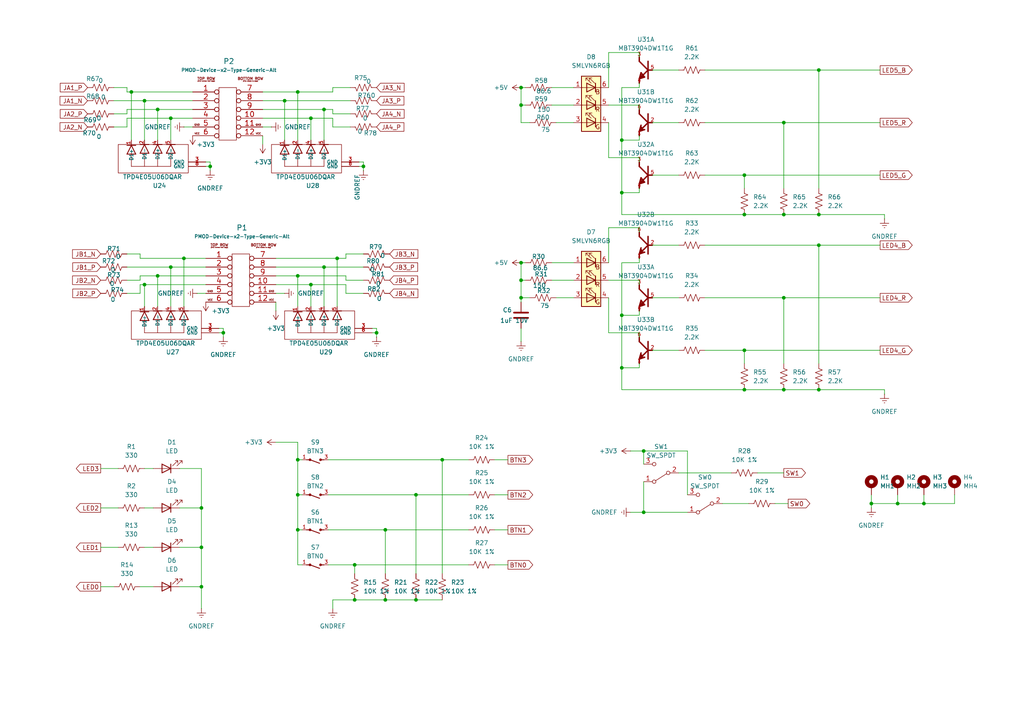
<source format=kicad_sch>
(kicad_sch (version 20231120) (generator "eeschema") (generator_version "8.0")
  (paper "A4")
  (junction (at 252.73 146.05))
  (junction (at 64.77 96.52))
  (junction (at 151.13 30.48))
  (junction (at 102.87 163.83))
  (junction (at 86.36 80.01))
  (junction (at 186.69 148.59))
  (junction (at 180.34 40.64))
  (junction (at 215.9 101.6))
  (junction (at 102.87 173.99))
  (junction (at 53.34 74.93))
  (junction (at 186.69 130.81))
  (junction (at 93.98 77.47))
  (junction (at 60.96 48.26))
  (junction (at 86.36 133.35))
  (junction (at 151.13 76.2))
  (junction (at 49.53 77.47))
  (junction (at 111.76 153.67))
  (junction (at 86.36 26.67))
  (junction (at 237.49 62.23))
  (junction (at 90.17 82.55))
  (junction (at 180.34 91.44))
  (junction (at 41.91 29.21))
  (junction (at 237.49 71.12))
  (junction (at 151.13 86.36))
  (junction (at 237.49 20.32))
  (junction (at 58.42 158.75))
  (junction (at 93.98 31.75))
  (junction (at 227.33 62.23))
  (junction (at 109.22 96.52))
  (junction (at 180.34 106.68))
  (junction (at 267.97 146.05))
  (junction (at 41.91 82.55))
  (junction (at 86.36 143.51))
  (junction (at 215.9 62.23))
  (junction (at 120.65 173.99))
  (junction (at 97.79 74.93))
  (junction (at 151.13 25.4))
  (junction (at 86.36 153.67))
  (junction (at 49.53 34.29))
  (junction (at 215.9 113.03))
  (junction (at 128.27 133.35))
  (junction (at 82.55 29.21))
  (junction (at 237.49 113.03))
  (junction (at 180.34 55.88))
  (junction (at 260.35 146.05))
  (junction (at 58.42 170.18))
  (junction (at 45.72 80.01))
  (junction (at 105.41 48.26))
  (junction (at 38.1 26.67))
  (junction (at 45.72 31.75))
  (junction (at 227.33 35.56))
  (junction (at 227.33 86.36))
  (junction (at 120.65 143.51))
  (junction (at 58.42 147.32))
  (junction (at 151.13 81.28))
  (junction (at 111.76 173.99))
  (junction (at 90.17 34.29))
  (junction (at 215.9 50.8))
  (junction (at 227.33 113.03))
  (wire (pts (xy 58.42 170.18) (xy 58.42 176.53)))
  (wire (pts (xy 93.98 31.75) (xy 93.98 40.64)))
  (wire (pts (xy 102.87 163.83) (xy 135.89 163.83)))
  (wire (pts (xy 120.65 166.37) (xy 120.65 143.51)))
  (wire (pts (xy 189.23 20.32) (xy 196.85 20.32)))
  (wire (pts (xy 120.65 143.51) (xy 135.89 143.51)))
  (wire (pts (xy 29.21 135.89) (xy 34.29 135.89)))
  (wire (pts (xy 267.97 146.05) (xy 260.35 146.05)))
  (wire (pts (xy 86.36 143.51) (xy 87.63 143.51)))
  (wire (pts (xy 215.9 113.03) (xy 180.34 113.03)))
  (wire (pts (xy 151.13 25.4) (xy 151.13 30.48)))
  (wire (pts (xy 215.9 101.6) (xy 255.27 101.6)))
  (wire (pts (xy 105.41 81.28) (xy 100.33 81.28)))
  (wire (pts (xy 86.36 40.64) (xy 86.36 26.67)))
  (wire (pts (xy 209.55 146.05) (xy 217.17 146.05)))
  (wire (pts (xy 227.33 62.23) (xy 237.49 62.23)))
  (wire (pts (xy 90.17 34.29) (xy 96.52 34.29)))
  (wire (pts (xy 40.64 80.01) (xy 45.72 80.01)))
  (wire (pts (xy 58.42 158.75) (xy 58.42 170.18)))
  (wire (pts (xy 256.54 63.5) (xy 256.54 62.23)))
  (wire (pts (xy 40.64 81.28) (xy 40.64 80.01)))
  (wire (pts (xy 60.96 46.99) (xy 60.96 48.26)))
  (wire (pts (xy 185.42 25.4) (xy 180.34 25.4)))
  (wire (pts (xy 86.36 143.51) (xy 86.36 153.67)))
  (wire (pts (xy 33.02 33.02) (xy 36.83 33.02)))
  (wire (pts (xy 38.1 26.67) (xy 55.88 26.67)))
  (wire (pts (xy 49.53 34.29) (xy 55.88 34.29)))
  (wire (pts (xy 215.9 54.61) (xy 215.9 50.8)))
  (wire (pts (xy 80.01 74.93) (xy 97.79 74.93)))
  (wire (pts (xy 185.42 30.48) (xy 185.42 31.75)))
  (wire (pts (xy 109.22 96.52) (xy 109.22 97.79)))
  (wire (pts (xy 95.25 163.83) (xy 102.87 163.83)))
  (wire (pts (xy 97.79 74.93) (xy 100.33 74.93)))
  (wire (pts (xy 227.33 113.03) (xy 237.49 113.03)))
  (wire (pts (xy 52.07 147.32) (xy 58.42 147.32)))
  (wire (pts (xy 36.83 81.28) (xy 40.64 81.28)))
  (wire (pts (xy 33.02 29.21) (xy 41.91 29.21)))
  (wire (pts (xy 41.91 82.55) (xy 41.91 88.9)))
  (wire (pts (xy 151.13 76.2) (xy 151.13 81.28)))
  (wire (pts (xy 185.42 105.41) (xy 185.42 106.68)))
  (wire (pts (xy 152.4 25.4) (xy 151.13 25.4)))
  (wire (pts (xy 199.39 143.51) (xy 199.39 130.81)))
  (wire (pts (xy 86.36 26.67) (xy 96.52 26.67)))
  (wire (pts (xy 80.01 82.55) (xy 90.17 82.55)))
  (wire (pts (xy 36.83 77.47) (xy 49.53 77.47)))
  (wire (pts (xy 76.2 39.37) (xy 76.2 41.91)))
  (wire (pts (xy 186.69 130.81) (xy 186.69 134.62)))
  (wire (pts (xy 161.29 86.36) (xy 166.37 86.36)))
  (wire (pts (xy 40.64 85.09) (xy 40.64 82.55)))
  (wire (pts (xy 63.5 96.52) (xy 64.77 96.52)))
  (wire (pts (xy 143.51 133.35) (xy 147.32 133.35)))
  (wire (pts (xy 36.83 33.02) (xy 36.83 31.75)))
  (wire (pts (xy 185.42 39.37) (xy 185.42 40.64)))
  (wire (pts (xy 36.83 31.75) (xy 45.72 31.75)))
  (wire (pts (xy 260.35 143.51) (xy 260.35 146.05)))
  (wire (pts (xy 176.53 86.36) (xy 176.53 96.52)))
  (wire (pts (xy 227.33 35.56) (xy 255.27 35.56)))
  (wire (pts (xy 86.36 133.35) (xy 87.63 133.35)))
  (wire (pts (xy 176.53 81.28) (xy 185.42 81.28)))
  (wire (pts (xy 143.51 153.67) (xy 147.32 153.67)))
  (wire (pts (xy 176.53 66.04) (xy 185.42 66.04)))
  (wire (pts (xy 101.6 33.02) (xy 96.52 33.02)))
  (wire (pts (xy 143.51 143.51) (xy 147.32 143.51)))
  (wire (pts (xy 76.2 31.75) (xy 93.98 31.75)))
  (wire (pts (xy 33.02 25.4) (xy 36.83 25.4)))
  (wire (pts (xy 95.25 153.67) (xy 111.76 153.67)))
  (wire (pts (xy 176.53 25.4) (xy 176.53 15.24)))
  (wire (pts (xy 189.23 101.6) (xy 196.85 101.6)))
  (wire (pts (xy 38.1 26.67) (xy 38.1 40.64)))
  (wire (pts (xy 93.98 31.75) (xy 96.52 31.75)))
  (wire (pts (xy 161.29 35.56) (xy 166.37 35.56)))
  (wire (pts (xy 185.42 81.28) (xy 185.42 82.55)))
  (wire (pts (xy 185.42 74.93) (xy 185.42 76.2)))
  (wire (pts (xy 101.6 36.83) (xy 96.52 36.83)))
  (wire (pts (xy 45.72 31.75) (xy 55.88 31.75)))
  (wire (pts (xy 180.34 76.2) (xy 180.34 91.44)))
  (wire (pts (xy 227.33 54.61) (xy 227.33 35.56)))
  (wire (pts (xy 176.53 35.56) (xy 176.53 45.72)))
  (wire (pts (xy 215.9 113.03) (xy 227.33 113.03)))
  (wire (pts (xy 90.17 34.29) (xy 90.17 40.64)))
  (wire (pts (xy 215.9 105.41) (xy 215.9 101.6)))
  (wire (pts (xy 107.95 96.52) (xy 109.22 96.52)))
  (wire (pts (xy 185.42 90.17) (xy 185.42 91.44)))
  (wire (pts (xy 96.52 176.53) (xy 96.52 173.99)))
  (wire (pts (xy 237.49 105.41) (xy 237.49 71.12)))
  (wire (pts (xy 52.07 158.75) (xy 58.42 158.75)))
  (wire (pts (xy 76.2 34.29) (xy 90.17 34.29)))
  (wire (pts (xy 29.21 170.18) (xy 33.02 170.18)))
  (wire (pts (xy 100.33 81.28) (xy 100.33 80.01)))
  (wire (pts (xy 59.69 48.26) (xy 60.96 48.26)))
  (wire (pts (xy 186.69 139.7) (xy 186.69 148.59)))
  (wire (pts (xy 76.2 26.67) (xy 86.36 26.67)))
  (wire (pts (xy 100.33 73.66) (xy 100.33 74.93)))
  (wire (pts (xy 80.01 85.09) (xy 82.55 85.09)))
  (wire (pts (xy 189.23 86.36) (xy 196.85 86.36)))
  (wire (pts (xy 95.25 143.51) (xy 120.65 143.51)))
  (wire (pts (xy 111.76 173.99) (xy 120.65 173.99)))
  (wire (pts (xy 256.54 62.23) (xy 237.49 62.23)))
  (wire (pts (xy 151.13 35.56) (xy 151.13 30.48)))
  (wire (pts (xy 102.87 173.99) (xy 111.76 173.99)))
  (wire (pts (xy 86.36 153.67) (xy 86.36 163.83)))
  (wire (pts (xy 176.53 30.48) (xy 185.42 30.48)))
  (wire (pts (xy 260.35 146.05) (xy 252.73 146.05)))
  (wire (pts (xy 256.54 114.3) (xy 256.54 113.03)))
  (wire (pts (xy 82.55 29.21) (xy 82.55 40.64)))
  (wire (pts (xy 36.83 73.66) (xy 40.64 73.66)))
  (wire (pts (xy 80.01 87.63) (xy 80.01 90.17)))
  (wire (pts (xy 215.9 62.23) (xy 180.34 62.23)))
  (wire (pts (xy 204.47 20.32) (xy 237.49 20.32)))
  (wire (pts (xy 196.85 137.16) (xy 212.09 137.16)))
  (wire (pts (xy 49.53 34.29) (xy 49.53 40.64)))
  (wire (pts (xy 86.36 128.27) (xy 86.36 133.35)))
  (wire (pts (xy 128.27 133.35) (xy 128.27 166.37)))
  (wire (pts (xy 40.64 73.66) (xy 40.64 74.93)))
  (wire (pts (xy 86.36 153.67) (xy 87.63 153.67)))
  (wire (pts (xy 100.33 85.09) (xy 100.33 82.55)))
  (wire (pts (xy 49.53 77.47) (xy 49.53 88.9)))
  (wire (pts (xy 111.76 153.67) (xy 111.76 166.37)))
  (wire (pts (xy 219.71 137.16) (xy 227.33 137.16)))
  (wire (pts (xy 93.98 77.47) (xy 105.41 77.47)))
  (wire (pts (xy 58.42 135.89) (xy 58.42 147.32)))
  (wire (pts (xy 86.36 80.01) (xy 100.33 80.01)))
  (wire (pts (xy 45.72 80.01) (xy 45.72 88.9)))
  (wire (pts (xy 215.9 62.23) (xy 227.33 62.23)))
  (wire (pts (xy 151.13 86.36) (xy 153.67 86.36)))
  (wire (pts (xy 104.14 46.99) (xy 105.41 46.99)))
  (wire (pts (xy 215.9 50.8) (xy 255.27 50.8)))
  (wire (pts (xy 41.91 135.89) (xy 44.45 135.89)))
  (wire (pts (xy 180.34 62.23) (xy 180.34 55.88)))
  (wire (pts (xy 224.79 146.05) (xy 228.6 146.05)))
  (wire (pts (xy 160.02 81.28) (xy 166.37 81.28)))
  (wire (pts (xy 82.55 29.21) (xy 101.6 29.21)))
  (wire (pts (xy 186.69 148.59) (xy 182.88 148.59)))
  (wire (pts (xy 185.42 54.61) (xy 185.42 55.88)))
  (wire (pts (xy 104.14 48.26) (xy 105.41 48.26)))
  (wire (pts (xy 36.83 25.4) (xy 36.83 26.67)))
  (wire (pts (xy 204.47 71.12) (xy 237.49 71.12)))
  (wire (pts (xy 189.23 50.8) (xy 196.85 50.8)))
  (wire (pts (xy 176.53 96.52) (xy 185.42 96.52)))
  (wire (pts (xy 45.72 31.75) (xy 45.72 40.64)))
  (wire (pts (xy 86.36 163.83) (xy 87.63 163.83)))
  (wire (pts (xy 237.49 20.32) (xy 255.27 20.32)))
  (wire (pts (xy 151.13 95.25) (xy 151.13 99.06)))
  (wire (pts (xy 256.54 113.03) (xy 237.49 113.03)))
  (wire (pts (xy 180.34 106.68) (xy 180.34 91.44)))
  (wire (pts (xy 189.23 35.56) (xy 196.85 35.56)))
  (wire (pts (xy 143.51 163.83) (xy 147.32 163.83)))
  (wire (pts (xy 52.07 170.18) (xy 58.42 170.18)))
  (wire (pts (xy 227.33 35.56) (xy 204.47 35.56)))
  (wire (pts (xy 76.2 29.21) (xy 82.55 29.21)))
  (wire (pts (xy 105.41 73.66) (xy 100.33 73.66)))
  (wire (pts (xy 215.9 50.8) (xy 204.47 50.8)))
  (wire (pts (xy 80.01 80.01) (xy 86.36 80.01)))
  (wire (pts (xy 101.6 25.4) (xy 96.52 25.4)))
  (wire (pts (xy 36.83 26.67) (xy 38.1 26.67)))
  (wire (pts (xy 111.76 153.67) (xy 135.89 153.67)))
  (wire (pts (xy 160.02 25.4) (xy 166.37 25.4)))
  (wire (pts (xy 151.13 87.63) (xy 151.13 86.36)))
  (wire (pts (xy 180.34 40.64) (xy 185.42 40.64)))
  (wire (pts (xy 86.36 133.35) (xy 86.36 143.51)))
  (wire (pts (xy 105.41 48.26) (xy 105.41 49.53)))
  (wire (pts (xy 176.53 45.72) (xy 185.42 45.72)))
  (wire (pts (xy 186.69 148.59) (xy 199.39 148.59)))
  (wire (pts (xy 100.33 82.55) (xy 90.17 82.55)))
  (wire (pts (xy 152.4 30.48) (xy 151.13 30.48)))
  (wire (pts (xy 185.42 45.72) (xy 185.42 46.99)))
  (wire (pts (xy 180.34 25.4) (xy 180.34 40.64)))
  (wire (pts (xy 36.83 36.83) (xy 36.83 34.29)))
  (wire (pts (xy 227.33 86.36) (xy 227.33 105.41)))
  (wire (pts (xy 153.67 35.56) (xy 151.13 35.56)))
  (wire (pts (xy 40.64 74.93) (xy 53.34 74.93)))
  (wire (pts (xy 128.27 133.35) (xy 135.89 133.35)))
  (wire (pts (xy 182.88 130.81) (xy 186.69 130.81)))
  (wire (pts (xy 80.01 77.47) (xy 93.98 77.47)))
  (wire (pts (xy 120.65 173.99) (xy 128.27 173.99)))
  (wire (pts (xy 152.4 76.2) (xy 151.13 76.2)))
  (wire (pts (xy 40.64 170.18) (xy 44.45 170.18)))
  (wire (pts (xy 185.42 76.2) (xy 180.34 76.2)))
  (wire (pts (xy 109.22 95.25) (xy 109.22 96.52)))
  (wire (pts (xy 64.77 96.52) (xy 64.77 97.79)))
  (wire (pts (xy 152.4 81.28) (xy 151.13 81.28)))
  (wire (pts (xy 95.25 133.35) (xy 128.27 133.35)))
  (wire (pts (xy 53.34 74.93) (xy 53.34 88.9)))
  (wire (pts (xy 180.34 113.03) (xy 180.34 106.68)))
  (wire (pts (xy 80.01 128.27) (xy 86.36 128.27)))
  (wire (pts (xy 102.87 163.83) (xy 102.87 166.37)))
  (wire (pts (xy 189.23 71.12) (xy 196.85 71.12)))
  (wire (pts (xy 96.52 173.99) (xy 102.87 173.99)))
  (wire (pts (xy 185.42 15.24) (xy 185.42 16.51)))
  (wire (pts (xy 105.41 46.99) (xy 105.41 48.26)))
  (wire (pts (xy 176.53 15.24) (xy 185.42 15.24)))
  (wire (pts (xy 29.21 158.75) (xy 34.29 158.75)))
  (wire (pts (xy 160.02 30.48) (xy 166.37 30.48)))
  (wire (pts (xy 176.53 76.2) (xy 176.53 66.04)))
  (wire (pts (xy 107.95 95.25) (xy 109.22 95.25)))
  (wire (pts (xy 97.79 74.93) (xy 97.79 88.9)))
  (wire (pts (xy 36.83 34.29) (xy 49.53 34.29)))
  (wire (pts (xy 90.17 82.55) (xy 90.17 88.9)))
  (wire (pts (xy 64.77 95.25) (xy 64.77 96.52)))
  (wire (pts (xy 33.02 36.83) (xy 36.83 36.83)))
  (wire (pts (xy 160.02 76.2) (xy 166.37 76.2)))
  (wire (pts (xy 41.91 29.21) (xy 41.91 40.64)))
  (wire (pts (xy 151.13 81.28) (xy 151.13 86.36)))
  (wire (pts (xy 59.69 46.99) (xy 60.96 46.99)))
  (wire (pts (xy 41.91 29.21) (xy 55.88 29.21)))
  (wire (pts (xy 57.15 85.09) (xy 59.69 85.09)))
  (wire (pts (xy 237.49 54.61) (xy 237.49 20.32)))
  (wire (pts (xy 96.52 33.02) (xy 96.52 31.75)))
  (wire (pts (xy 185.42 24.13) (xy 185.42 25.4)))
  (wire (pts (xy 60.96 48.26) (xy 60.96 49.53)))
  (wire (pts (xy 36.83 85.09) (xy 40.64 85.09)))
  (wire (pts (xy 276.86 146.05) (xy 267.97 146.05)))
  (wire (pts (xy 96.52 25.4) (xy 96.52 26.67)))
  (wire (pts (xy 45.72 80.01) (xy 59.69 80.01)))
  (wire (pts (xy 93.98 77.47) (xy 93.98 88.9)))
  (wire (pts (xy 255.27 86.36) (xy 227.33 86.36)))
  (wire (pts (xy 76.2 36.83) (xy 78.74 36.83)))
  (wire (pts (xy 237.49 71.12) (xy 255.27 71.12)))
  (wire (pts (xy 53.34 36.83) (xy 55.88 36.83)))
  (wire (pts (xy 53.34 74.93) (xy 59.69 74.93)))
  (wire (pts (xy 185.42 55.88) (xy 180.34 55.88)))
  (wire (pts (xy 180.34 55.88) (xy 180.34 40.64)))
  (wire (pts (xy 252.73 143.51) (xy 252.73 146.05)))
  (wire (pts (xy 199.39 130.81) (xy 186.69 130.81)))
  (wire (pts (xy 52.07 135.89) (xy 58.42 135.89)))
  (wire (pts (xy 96.52 36.83) (xy 96.52 34.29)))
  (wire (pts (xy 180.34 91.44) (xy 185.42 91.44)))
  (wire (pts (xy 252.73 146.05) (xy 252.73 147.32)))
  (wire (pts (xy 185.42 96.52) (xy 185.42 97.79)))
  (wire (pts (xy 215.9 101.6) (xy 204.47 101.6)))
  (wire (pts (xy 41.91 82.55) (xy 59.69 82.55)))
  (wire (pts (xy 41.91 147.32) (xy 44.45 147.32)))
  (wire (pts (xy 63.5 95.25) (xy 64.77 95.25)))
  (wire (pts (xy 185.42 66.04) (xy 185.42 67.31)))
  (wire (pts (xy 40.64 82.55) (xy 41.91 82.55)))
  (wire (pts (xy 276.86 143.51) (xy 276.86 146.05)))
  (wire (pts (xy 185.42 106.68) (xy 180.34 106.68)))
  (wire (pts (xy 58.42 147.32) (xy 58.42 158.75)))
  (wire (pts (xy 41.91 158.75) (xy 44.45 158.75)))
  (wire (pts (xy 49.53 77.47) (xy 59.69 77.47)))
  (wire (pts (xy 105.41 85.09) (xy 100.33 85.09)))
  (wire (pts (xy 29.21 147.32) (xy 34.29 147.32)))
  (wire (pts (xy 86.36 80.01) (xy 86.36 88.9)))
  (wire (pts (xy 267.97 143.51) (xy 267.97 146.05)))
  (wire (pts (xy 227.33 86.36) (xy 204.47 86.36)))
  (global_label "LED2" (shape output) (at 29.21 147.32 180) (property "Intersheetrefs" "${INTERSHEET_REFS}" (effects (hide yes))))
  (global_label "LED0" (shape output) (at 29.21 170.18 180) (property "Intersheetrefs" "${INTERSHEET_REFS}" (effects (hide yes))))
  (global_label "JA1_N" (shape input) (at 25.4 29.21 180) (property "Intersheetrefs" "${INTERSHEET_REFS}" (effects (hide yes))))
  (global_label "JA3_P" (shape input) (at 109.22 29.21 0) (property "Intersheetrefs" "${INTERSHEET_REFS}" (effects (hide yes))))
  (global_label "LED5_R" (shape output) (at 255.27 35.56 0) (property "Intersheetrefs" "${INTERSHEET_REFS}" (effects (hide yes))))
  (global_label "BTN2" (shape output) (at 147.32 143.51 0) (property "Intersheetrefs" "${INTERSHEET_REFS}" (effects (hide yes))))
  (global_label "JA2_P" (shape input) (at 25.4 33.02 180) (property "Intersheetrefs" "${INTERSHEET_REFS}" (effects (hide yes))))
  (global_label "JB2_N" (shape input) (at 29.21 81.28 180) (property "Intersheetrefs" "${INTERSHEET_REFS}" (effects (hide yes))))
  (global_label "LED1" (shape output) (at 29.21 158.75 180) (property "Intersheetrefs" "${INTERSHEET_REFS}" (effects (hide yes))))
  (global_label "JA1_P" (shape input) (at 25.4 25.4 180) (property "Intersheetrefs" "${INTERSHEET_REFS}" (effects (hide yes))))
  (global_label "JB1_N" (shape input) (at 29.21 73.66 180) (property "Intersheetrefs" "${INTERSHEET_REFS}" (effects (hide yes))))
  (global_label "LED4_B" (shape output) (at 255.27 71.12 0) (property "Intersheetrefs" "${INTERSHEET_REFS}" (effects (hide yes))))
  (global_label "LED4_G" (shape output) (at 255.27 101.6 0) (property "Intersheetrefs" "${INTERSHEET_REFS}" (effects (hide yes))))
  (global_label "LED5_B" (shape output) (at 255.27 20.32 0) (property "Intersheetrefs" "${INTERSHEET_REFS}" (effects (hide yes))))
  (global_label "JB4_P" (shape input) (at 113.03 81.28 0) (property "Intersheetrefs" "${INTERSHEET_REFS}" (effects (hide yes))))
  (global_label "LED5_G" (shape output) (at 255.27 50.8 0) (property "Intersheetrefs" "${INTERSHEET_REFS}" (effects (hide yes))))
  (global_label "JA4_N" (shape input) (at 109.22 33.02 0) (property "Intersheetrefs" "${INTERSHEET_REFS}" (effects (hide yes))))
  (global_label "BTN1" (shape output) (at 147.32 153.67 0) (property "Intersheetrefs" "${INTERSHEET_REFS}" (effects (hide yes))))
  (global_label "JB4_N" (shape input) (at 113.03 85.09 0) (property "Intersheetrefs" "${INTERSHEET_REFS}" (effects (hide yes))))
  (global_label "SW0" (shape output) (at 228.6 146.05 0) (property "Intersheetrefs" "${INTERSHEET_REFS}" (effects (hide yes))))
  (global_label "JA3_N" (shape input) (at 109.22 25.4 0) (property "Intersheetrefs" "${INTERSHEET_REFS}" (effects (hide yes))))
  (global_label "JB3_N" (shape input) (at 113.03 73.66 0) (property "Intersheetrefs" "${INTERSHEET_REFS}" (effects (hide yes))))
  (global_label "JB1_P" (shape input) (at 29.21 77.47 180) (property "Intersheetrefs" "${INTERSHEET_REFS}" (effects (hide yes))))
  (global_label "BTN3" (shape output) (at 147.32 133.35 0) (property "Intersheetrefs" "${INTERSHEET_REFS}" (effects (hide yes))))
  (global_label "JB3_P" (shape input) (at 113.03 77.47 0) (property "Intersheetrefs" "${INTERSHEET_REFS}" (effects (hide yes))))
  (global_label "LED4_R" (shape output) (at 255.27 86.36 0) (property "Intersheetrefs" "${INTERSHEET_REFS}" (effects (hide yes))))
  (global_label "JA4_P" (shape input) (at 109.22 36.83 0) (property "Intersheetrefs" "${INTERSHEET_REFS}" (effects (hide yes))))
  (global_label "JB2_P" (shape input) (at 29.21 85.09 180) (property "Intersheetrefs" "${INTERSHEET_REFS}" (effects (hide yes))))
  (global_label "JA2_N" (shape input) (at 25.4 36.83 180) (property "Intersheetrefs" "${INTERSHEET_REFS}" (effects (hide yes))))
  (global_label "LED3" (shape output) (at 29.21 135.89 180) (property "Intersheetrefs" "${INTERSHEET_REFS}" (effects (hide yes))))
  (global_label "SW1" (shape output) (at 227.33 137.16 0) (property "Intersheetrefs" "${INTERSHEET_REFS}" (effects (hide yes))))
  (global_label "BTN0" (shape output) (at 147.32 163.83 0) (property "Intersheetrefs" "${INTERSHEET_REFS}" (effects (hide yes))))
  (symbol (lib_id "Device:R_US") (at 139.7 163.83 90) (unit 1)
    (property "Reference" "R27" (at 139.7 157.48 90))
    (property "Value" "10K 1%" (at 139.7 160.02 90))
    (property "Footprint" "footprints:R_0402" (effects (hide yes)))
    (property "Description" "Resistor, US symbol" (effects (hide yes)))
    (property "LCSC PN" "C60490" (effects (hide yes)))
  )
  (symbol (lib_id "Device:R_US") (at 105.41 33.02 270) (mirror x) (unit 1)
    (property "Reference" "R77" (at 105.156 31.496 90))
    (property "Value" "0" (at 105.918 34.29 90))
    (property "Footprint" "footprints:R_0402" (effects (hide yes)))
    (property "Description" "Resistor, US symbol" (effects (hide yes)))
    (property "LCSC PN" "C106231" (effects (hide yes)))
  )
  (symbol (lib_id "power:+3V3") (at 182.88 130.81 90) (unit 1)
    (property "Reference" "#PWR04" (effects (hide yes)))
    (property "Value" "+3V3" (at 179.07 130.8099 90) (effects (justify left)))
    (property "Description" "Power symbol creates a global label with name \"+3V3\"" (effects (hide yes)))
  )
  (symbol (lib_name "TPD4E05U06DQAR_2") (lib_id "TPD4E05U06DQAR:TPD4E05U06DQAR") (at 97.79 88.9 0) (unit 1)
    (property "Reference" "U29" (at 96.52 102.108 0) (effects (justify right)))
    (property "Value" "TPD4E05U06DQAR" (at 101.092 99.568 0) (effects (justify right)))
    (property "Footprint" "footprints:IC_TPD4E05U06DQAR" (effects (hide yes)))
    (property "PARTREV" "N" (effects (hide yes)))
    (property "SNAPEDA_PN" "TPD4E05U06DQAR" (effects (hide yes)))
    (property "MANUFACTURER" "Texas Instruments" (effects (hide yes)))
    (property "MAXIMUM_PACKAGE_HEIGHT" "0.55 mm" (effects (hide yes)))
    (property "STANDARD" "Manufacturer Recommendations" (effects (hide yes)))
    (property "LCSC PN" "C138714" (effects (hide yes)))
  )
  (symbol (lib_name "TPD4E05U06DQAR_2") (lib_id "TPD4E05U06DQAR:TPD4E05U06DQAR") (at 49.53 40.64 0) (unit 1)
    (property "Reference" "U24" (at 48.26 53.848 0) (effects (justify right)))
    (property "Value" "TPD4E05U06DQAR" (at 52.832 51.308 0) (effects (justify right)))
    (property "Footprint" "footprints:IC_TPD4E05U06DQAR" (effects (hide yes)))
    (property "PARTREV" "N" (effects (hide yes)))
    (property "SNAPEDA_PN" "TPD4E05U06DQAR" (effects (hide yes)))
    (property "MANUFACTURER" "Texas Instruments" (effects (hide yes)))
    (property "MAXIMUM_PACKAGE_HEIGHT" "0.55 mm" (effects (hide yes)))
    (property "STANDARD" "Manufacturer Recommendations" (effects (hide yes)))
    (property "LCSC PN" "C138714" (effects (hide yes)))
  )
  (symbol (lib_id "power:GNDREF") (at 64.77 97.79 0) (unit 1)
    (property "Reference" "#PWR015" (effects (hide yes)))
    (property "Value" "GNDREF" (at 64.77 102.87 0))
    (property "Description" "Power symbol creates a global label with name \"GNDREF\" , reference supply ground" (effects (hide yes)))
  )
  (symbol (lib_id "power:+3V3") (at 76.2 41.91 180) (unit 1)
    (property "Reference" "#PWR013" (effects (hide yes)))
    (property "Value" "+3V3" (at 76.2 46.99 0))
    (property "Description" "Power symbol creates a global label with name \"+3V3\"" (effects (hide yes)))
  )
  (symbol (lib_id "pmod:PMOD-Device-x2-Type-Generic-Alt") (at 68.58 40.64 0) (mirror y) (unit 1)
    (property "Reference" "P2" (at 66.3717 17.78 0) (effects (font (size 1.524 1.524))))
    (property "Value" "PMOD-Device-x2-Type-Generic-Alt" (at 66.3717 20.32 0) (effects (font (size 0.9906 0.9906))))
    (property "Footprint" "footprints:CONN_PPPC062LJBN-RC_SUL" (effects (hide yes)))
  )
  (symbol (lib_id "Device:R_US") (at 215.9 58.42 180) (unit 1)
    (property "Reference" "R64" (at 218.44 57.1499 0) (effects (justify right)))
    (property "Value" "2.2K" (at 218.44 59.6899 0) (effects (justify right)))
    (property "Footprint" "footprints:R_0402" (effects (hide yes)))
    (property "Description" "Resistor, US symbol" (effects (hide yes)))
    (property "LCSC PN" "c114762" (effects (hide yes)))
  )
  (symbol (lib_id "Device:R_US") (at 156.21 25.4 90) (unit 1)
    (property "Reference" "R58" (at 156.972 23.368 90))
    (property "Value" "86.6" (at 157.734 26.416 90))
    (property "Footprint" "footprints:R_0402" (effects (hide yes)))
    (property "Description" "Resistor, US symbol" (effects (hide yes)))
    (property "LCSC PN" "C830266" (effects (hide yes)))
  )
  (symbol (lib_id "Device:R_US") (at 215.9 109.22 180) (unit 1)
    (property "Reference" "R55" (at 218.44 107.9499 0) (effects (justify right)))
    (property "Value" "2.2K" (at 218.44 110.4899 0) (effects (justify right)))
    (property "Footprint" "footprints:R_0402" (effects (hide yes)))
    (property "Description" "Resistor, US symbol" (effects (hide yes)))
    (property "LCSC PN" "c114762" (effects (hide yes)))
  )
  (symbol (lib_id "Device:LED") (at 48.26 147.32 180) (unit 1)
    (property "Reference" "D4" (at 49.8475 139.7 0))
    (property "Value" "LED" (at 49.8475 142.24 0))
    (property "Footprint" "footprints:LED_0402_1005Metric" (effects (hide yes)))
    (property "Description" "Light emitting diode" (effects (hide yes)))
    (property "LCSC PN" "C434449" (effects (hide yes)))
  )
  (symbol (lib_id "PTS645SK50SMTR92LFS_:PTS645SK50SMTR92LFS") (at 91.44 163.83 90) (unit 1)
    (property "Reference" "S7" (at 91.44 158.75 90))
    (property "Value" "BTN0" (at 91.44 161.29 90))
    (property "Footprint" "footprints:TS-1002S-050xxC_XNP" (effects (hide yes)))
    (property "STANDARD" "Manufacturer Recommendations" (effects (hide yes)))
    (property "MANUFACTURER" "CnK" (effects (hide yes)))
    (property "LCSC PN" "C455110" (effects (hide yes)))
  )
  (symbol (lib_id "Switch2:SW_SPDT") (at 191.77 137.16 180) (unit 1)
    (property "Reference" "SW1" (at 191.77 129.54 0))
    (property "Value" "SW_SPDT" (at 191.77 132.08 0))
    (property "Footprint" "footprints:SW_EG1218" (effects (hide yes)))
    (property "Description" "Switch, single pole double throw" (effects (hide yes)))
  )
  (symbol (lib_id "Device:R_US") (at 38.1 158.75 90) (unit 1)
    (property "Reference" "R13" (at 38.1 152.4 90))
    (property "Value" "330" (at 38.1 154.94 90))
    (property "Footprint" "footprints:R_0402" (effects (hide yes)))
    (property "Description" "Resistor, US symbol" (effects (hide yes)))
    (property "LCSC PN" "C105875" (effects (hide yes)))
  )
  (symbol (lib_id "power:+5V") (at 151.13 76.2 90) (unit 1)
    (property "Reference" "#PWR0321" (effects (hide yes)))
    (property "Value" "+5V" (at 147.32 76.1999 90) (effects (justify left)))
    (property "Description" "Power symbol creates a global label with name \"+5V\"" (effects (hide yes)))
  )
  (symbol (lib_id "power:GNDREF") (at 57.15 85.09 270) (unit 1)
    (property "Reference" "#PWR016" (effects (hide yes)))
    (property "Value" "GNDREF" (at 53.34 85.0899 90) (effects (justify right)))
    (property "Description" "Power symbol creates a global label with name \"GNDREF\" , reference supply ground" (effects (hide yes)))
  )
  (symbol (lib_id "Device:R_US") (at 105.41 36.83 270) (mirror x) (unit 1)
    (property "Reference" "R78" (at 107.442 38.608 90))
    (property "Value" "0" (at 104.394 38.1 90))
    (property "Footprint" "footprints:R_0402" (effects (hide yes)))
    (property "Description" "Resistor, US symbol" (effects (hide yes)))
    (property "LCSC PN" "C106231" (effects (hide yes)))
  )
  (symbol (lib_id "Mechanical:MountingHole_Pad") (at 260.35 140.97 0) (unit 1) (exclude_from_sim yes) (in_bom no)
    (property "Reference" "H2" (at 262.89 138.4299 0) (effects (justify left)))
    (property "Value" "MH2" (at 262.89 140.9699 0) (effects (justify left)))
    (property "Footprint" "footprints:MountingHole_2.2mm_M2_Pad" (effects (hide yes)))
    (property "Description" "Mounting Hole with connection" (effects (hide yes)))
  )
  (symbol (lib_id "LED:SMLVN6RGB") (at 171.45 81.28 0) (unit 1)
    (property "Reference" "D7" (at 171.45 67.31 0))
    (property "Value" "SMLVN6RGB" (at 171.45 69.85 0))
    (property "Footprint" "footprints:LED_SMLV56_ROM" (effects (hide yes)))
    (property "Datasheet" "https://www.rohm.com/datasheet/SMLVN6RGB1U" (effects (hide yes)))
    (property "Description" "High Brightness Tri-Color LED, RGB, 3.5x2.8mm" (effects (hide yes)))
    (property "LCSC PN" "C20110230" (effects (hide yes)))
  )
  (symbol (lib_id "power:GNDREF") (at 256.54 63.5 0) (unit 1)
    (property "Reference" "#PWR09" (effects (hide yes)))
    (property "Value" "GNDREF" (at 256.54 68.58 0))
    (property "Description" "Power symbol creates a global label with name \"GNDREF\" , reference supply ground" (effects (hide yes)))
  )
  (symbol (lib_id "Device:R_US") (at 105.41 29.21 270) (mirror x) (unit 1)
    (property "Reference" "R76" (at 105.664 27.686 90))
    (property "Value" "0" (at 108.204 27.686 90))
    (property "Footprint" "footprints:R_0402" (effects (hide yes)))
    (property "Description" "Resistor, US symbol" (effects (hide yes)))
    (property "LCSC PN" "C106231" (effects (hide yes)))
  )
  (symbol (lib_id "power:GNDREF") (at 109.22 97.79 0) (unit 1)
    (property "Reference" "#PWR020" (effects (hide yes)))
    (property "Value" "GNDREF" (at 109.22 102.87 0))
    (property "Description" "Power symbol creates a global label with name \"GNDREF\" , reference supply ground" (effects (hide yes)))
  )
  (symbol (lib_id "PTS645SK50SMTR92LFS_:PTS645SK50SMTR92LFS") (at 91.44 133.35 90) (unit 1)
    (property "Reference" "S9" (at 91.44 128.27 90))
    (property "Value" "BTN3" (at 91.44 130.81 90))
    (property "Footprint" "footprints:TS-1002S-050xxC_XNP" (effects (hide yes)))
    (property "STANDARD" "Manufacturer Recommendations" (effects (hide yes)))
    (property "MANUFACTURER" "CnK" (effects (hide yes)))
    (property "LCSC PN" "C455110" (effects (hide yes)))
  )
  (symbol (lib_id "Device:R_US") (at 29.21 25.4 90) (unit 1)
    (property "Reference" "R67" (at 26.924 22.86 90))
    (property "Value" "0" (at 29.21 23.368 90))
    (property "Footprint" "footprints:R_0402" (effects (hide yes)))
    (property "Description" "Resistor, US symbol" (effects (hide yes)))
    (property "LCSC PN" "C106231" (effects (hide yes)))
  )
  (symbol (lib_id "MBT3904DW1T1G:MBT3904DW1T1G") (at 195.58 20.32 0) (unit 1)
    (property "Reference" "U31" (at 187.325 11.43 0))
    (property "Value" "MBT3904DW1T1G" (at 187.325 13.97 0))
    (property "Footprint" "footprints:SOT236" (effects (hide yes)))
    (property "LCSC PN" "C110150" (effects (hide yes)))
  )
  (symbol (lib_id "Device:R_US") (at 237.49 58.42 180) (unit 1)
    (property "Reference" "R66" (at 240.03 57.1499 0) (effects (justify right)))
    (property "Value" "2.2K" (at 240.03 59.6899 0) (effects (justify right)))
    (property "Footprint" "footprints:R_0402" (effects (hide yes)))
    (property "Description" "Resistor, US symbol" (effects (hide yes)))
    (property "LCSC PN" "c114762" (effects (hide yes)))
  )
  (symbol (lib_id "power:GNDREF") (at 60.96 49.53 0) (unit 1)
    (property "Reference" "#PWR010" (effects (hide yes)))
    (property "Value" "GNDREF" (at 60.96 54.61 0))
    (property "Description" "Power symbol creates a global label with name \"GNDREF\" , reference supply ground" (effects (hide yes)))
  )
  (symbol (lib_id "Device:R_US") (at 156.21 81.28 90) (unit 1)
    (property "Reference" "R31" (at 156.972 79.502 90))
    (property "Value" "150" (at 156.464 82.804 90))
    (property "Footprint" "footprints:R_0402" (effects (hide yes)))
    (property "Description" "Resistor, US symbol" (effects (hide yes)))
    (property "LCSC PN" "C138054" (effects (hide yes)))
  )
  (symbol (lib_id "power:GNDREF") (at 256.54 114.3 0) (unit 1)
    (property "Reference" "#PWR07" (effects (hide yes)))
    (property "Value" "GNDREF" (at 256.54 119.38 0))
    (property "Description" "Power symbol creates a global label with name \"GNDREF\" , reference supply ground" (effects (hide yes)))
  )
  (symbol (lib_id "Device:R_US") (at 200.66 86.36 90) (unit 1)
    (property "Reference" "R34" (at 200.66 80.01 90))
    (property "Value" "2.2K" (at 200.66 82.55 90))
    (property "Footprint" "footprints:R_0402" (effects (hide yes)))
    (property "Description" "Resistor, US symbol" (effects (hide yes)))
    (property "LCSC PN" "c114762" (effects (hide yes)))
  )
  (symbol (lib_id "Device:LED") (at 48.26 135.89 180) (unit 1)
    (property "Reference" "D1" (at 49.8475 128.27 0))
    (property "Value" "LED" (at 49.8475 130.81 0))
    (property "Footprint" "footprints:LED_0402_1005Metric" (effects (hide yes)))
    (property "Description" "Light emitting diode" (effects (hide yes)))
    (property "LCSC PN" "C434449" (effects (hide yes)))
  )
  (symbol (lib_id "pmod:PMOD-Device-x2-Type-Generic-Alt") (at 72.39 88.9 0) (mirror y) (unit 1)
    (property "Reference" "P1" (at 70.1817 66.04 0) (effects (font (size 1.524 1.524))))
    (property "Value" "PMOD-Device-x2-Type-Generic-Alt" (at 70.1817 68.58 0) (effects (font (size 0.9906 0.9906))))
    (property "Footprint" "footprints:CONN_PPPC062LJBN-RC_SUL" (effects (hide yes)))
  )
  (symbol (lib_id "Device:R_US") (at 200.66 20.32 90) (unit 1)
    (property "Reference" "R61" (at 200.66 13.97 90))
    (property "Value" "2.2K" (at 200.66 16.51 90))
    (property "Footprint" "footprints:R_0402" (effects (hide yes)))
    (property "Description" "Resistor, US symbol" (effects (hide yes)))
    (property "LCSC PN" "c114762" (effects (hide yes)))
  )
  (symbol (lib_id "Device:R_US") (at 33.02 73.66 90) (unit 1)
    (property "Reference" "R71" (at 33.02 72.136 90))
    (property "Value" "0" (at 34.29 74.422 90))
    (property "Footprint" "footprints:R_0402" (effects (hide yes)))
    (property "Description" "Resistor, US symbol" (effects (hide yes)))
    (property "LCSC PN" "C106231" (effects (hide yes)))
  )
  (symbol (lib_id "Mechanical:MountingHole_Pad") (at 276.86 140.97 0) (unit 1) (exclude_from_sim yes) (in_bom no)
    (property "Reference" "H4" (at 279.4 138.4299 0) (effects (justify left)))
    (property "Value" "MH4" (at 279.4 140.9699 0) (effects (justify left)))
    (property "Footprint" "footprints:MountingHole_2.2mm_M2_Pad" (effects (hide yes)))
    (property "Description" "Mounting Hole with connection" (effects (hide yes)))
  )
  (symbol (lib_id "Device:R_US") (at 120.65 170.18 0) (unit 1)
    (property "Reference" "R22" (at 123.19 168.9099 0) (effects (justify left)))
    (property "Value" "10K 1%" (at 123.19 171.4499 0) (effects (justify left)))
    (property "Footprint" "footprints:R_0402" (effects (hide yes)))
    (property "Description" "Resistor, US symbol" (effects (hide yes)))
    (property "LCSC PN" "C60490" (effects (hide yes)))
  )
  (symbol (lib_id "MBT3904DW1T1G:MBT3904DW1T1G") (at 194.31 71.12 0) (unit 2)
    (property "Reference" "U32" (at 187.325 62.23 0))
    (property "Value" "MBT3904DW1T1G" (at 187.325 64.77 0))
    (property "Footprint" "footprints:SOT236" (effects (hide yes)))
    (property "LCSC PN" "C110150" (effects (hide yes)))
  )
  (symbol (lib_id "power:+5V") (at 151.13 25.4 90) (unit 1)
    (property "Reference" "#PWR0318" (effects (hide yes)))
    (property "Value" "+5V" (at 147.32 25.3999 90) (effects (justify left)))
    (property "Description" "Power symbol creates a global label with name \"+5V\"" (effects (hide yes)))
  )
  (symbol (lib_id "Device:R_US") (at 157.48 35.56 90) (unit 1)
    (property "Reference" "R60" (at 157.48 34.036 90))
    (property "Value" "75" (at 158.242 37.592 90))
    (property "Footprint" "footprints:R_0402" (effects (hide yes)))
    (property "Description" "Resistor, US symbol" (effects (hide yes)))
    (property "LCSC PN" "C114757" (effects (hide yes)))
  )
  (symbol (lib_id "Device:R_US") (at 139.7 143.51 90) (unit 1)
    (property "Reference" "R25" (at 139.7 137.16 90))
    (property "Value" "10K 1%" (at 139.7 139.7 90))
    (property "Footprint" "footprints:R_0402" (effects (hide yes)))
    (property "Description" "Resistor, US symbol" (effects (hide yes)))
    (property "LCSC PN" "C60490" (effects (hide yes)))
  )
  (symbol (lib_id "Mechanical:MountingHole_Pad") (at 252.73 140.97 0) (unit 1) (exclude_from_sim yes) (in_bom no)
    (property "Reference" "H1" (at 255.27 138.4299 0) (effects (justify left)))
    (property "Value" "MH1" (at 255.27 140.9699 0) (effects (justify left)))
    (property "Footprint" "footprints:MountingHole_2.2mm_M2_Pad" (effects (hide yes)))
    (property "Description" "Mounting Hole with connection" (effects (hide yes)))
  )
  (symbol (lib_id "Device:LED") (at 48.26 170.18 180) (unit 1)
    (property "Reference" "D6" (at 49.8475 162.56 0))
    (property "Value" "LED" (at 49.8475 165.1 0))
    (property "Footprint" "footprints:LED_0402_1005Metric" (effects (hide yes)))
    (property "Description" "Light emitting diode" (effects (hide yes)))
    (property "LCSC PN" "C434449" (effects (hide yes)))
  )
  (symbol (lib_id "Device:R_US") (at 200.66 71.12 90) (unit 1)
    (property "Reference" "R33" (at 200.66 64.77 90))
    (property "Value" "2.2K" (at 200.66 67.31 90))
    (property "Footprint" "footprints:R_0402" (effects (hide yes)))
    (property "Description" "Resistor, US symbol" (effects (hide yes)))
    (property "LCSC PN" "c114762" (effects (hide yes)))
  )
  (symbol (lib_id "Device:R_US") (at 29.21 33.02 90) (unit 1)
    (property "Reference" "R69" (at 26.162 34.798 90))
    (property "Value" "0" (at 28.702 34.29 90))
    (property "Footprint" "footprints:R_0402" (effects (hide yes)))
    (property "Description" "Resistor, US symbol" (effects (hide yes)))
    (property "LCSC PN" "C106231" (effects (hide yes)))
  )
  (symbol (lib_id "Device:R_US") (at 139.7 153.67 90) (unit 1)
    (property "Reference" "R26" (at 139.7 147.32 90))
    (property "Value" "10K 1%" (at 139.7 149.86 90))
    (property "Footprint" "footprints:R_0402" (effects (hide yes)))
    (property "Description" "Resistor, US symbol" (effects (hide yes)))
    (property "LCSC PN" "C60490" (effects (hide yes)))
  )
  (symbol (lib_id "power:GNDREF") (at 58.42 176.53 0) (unit 1)
    (property "Reference" "#PWR01" (effects (hide yes)))
    (property "Value" "GNDREF" (at 58.42 181.61 0))
    (property "Description" "Power symbol creates a global label with name \"GNDREF\" , reference supply ground" (effects (hide yes)))
  )
  (symbol (lib_id "Device:R_US") (at 38.1 147.32 90) (unit 1)
    (property "Reference" "R2" (at 38.1 140.97 90))
    (property "Value" "330" (at 38.1 143.51 90))
    (property "Footprint" "footprints:R_0402" (effects (hide yes)))
    (property "Description" "Resistor, US symbol" (effects (hide yes)))
    (property "LCSC PN" "C105875" (effects (hide yes)))
  )
  (symbol (lib_id "Device:R_US") (at 220.98 146.05 90) (unit 1)
    (property "Reference" "R29" (at 220.98 139.7 90))
    (property "Value" "10K 1%" (at 220.98 142.24 90))
    (property "Footprint" "footprints:R_0402" (effects (hide yes)))
    (property "Description" "Resistor, US symbol" (effects (hide yes)))
    (property "LCSC PN" "C60490" (effects (hide yes)))
  )
  (symbol (lib_id "Device:R_US") (at 36.83 170.18 90) (unit 1)
    (property "Reference" "R14" (at 36.83 163.83 90))
    (property "Value" "330" (at 36.83 166.37 90))
    (property "Footprint" "footprints:R_0402" (effects (hide yes)))
    (property "Description" "Resistor, US symbol" (effects (hide yes)))
    (property "LCSC PN" "C105875" (effects (hide yes)))
  )
  (symbol (lib_id "power:GNDREF") (at 53.34 36.83 270) (unit 1)
    (property "Reference" "#PWR011" (effects (hide yes)))
    (property "Value" "GNDREF" (at 49.53 36.8299 90) (effects (justify right)))
    (property "Description" "Power symbol creates a global label with name \"GNDREF\" , reference supply ground" (effects (hide yes)))
  )
  (symbol (lib_id "MBT3904DW1T1G:MBT3904DW1T1G") (at 194.31 101.6 0) (unit 2)
    (property "Reference" "U33" (at 187.325 92.71 0))
    (property "Value" "MBT3904DW1T1G" (at 187.325 95.25 0))
    (property "Footprint" "footprints:SOT236" (effects (hide yes)))
    (property "LCSC PN" "C110150" (effects (hide yes)))
  )
  (symbol (lib_id "Device:R_US") (at 29.21 36.83 90) (unit 1)
    (property "Reference" "R70" (at 25.908 38.608 90))
    (property "Value" "0" (at 28.702 39.624 90))
    (property "Footprint" "footprints:R_0402" (effects (hide yes)))
    (property "Description" "Resistor, US symbol" (effects (hide yes)))
    (property "LCSC PN" "C106231" (effects (hide yes)))
  )
  (symbol (lib_id "Device:R_US") (at 33.02 81.28 90) (unit 1)
    (property "Reference" "R73" (at 33.02 79.756 90))
    (property "Value" "0" (at 32.512 82.296 90))
    (property "Footprint" "footprints:R_0402" (effects (hide yes)))
    (property "Description" "Resistor, US symbol" (effects (hide yes)))
    (property "LCSC PN" "C106231" (effects (hide yes)))
  )
  (symbol (lib_id "Device:R_US") (at 109.22 85.09 270) (mirror x) (unit 1)
    (property "Reference" "R82" (at 108.458 83.82 90))
    (property "Value" "0" (at 109.982 86.614 90))
    (property "Footprint" "footprints:R_0402" (effects (hide yes)))
    (property "Description" "Resistor, US symbol" (effects (hide yes)))
    (property "LCSC PN" "C106231" (effects (hide yes)))
  )
  (symbol (lib_id "power:GNDREF") (at 96.52 176.53 0) (unit 1)
    (property "Reference" "#PWR03" (effects (hide yes)))
    (property "Value" "GNDREF" (at 96.52 181.61 0))
    (property "Description" "Power symbol creates a global label with name \"GNDREF\" , reference supply ground" (effects (hide yes)))
  )
  (symbol (lib_id "Switch2:SW_SPDT") (at 204.47 146.05 180) (unit 1)
    (property "Reference" "SW0" (at 204.47 138.43 0))
    (property "Value" "SW_SPDT" (at 204.47 140.97 0))
    (property "Footprint" "footprints:SW_EG1218" (effects (hide yes)))
    (property "Description" "Switch, single pole double throw" (effects (hide yes)))
  )
  (symbol (lib_id "Device:R_US") (at 200.66 50.8 90) (unit 1)
    (property "Reference" "R63" (at 200.66 44.45 90))
    (property "Value" "2.2K" (at 200.66 46.99 90))
    (property "Footprint" "footprints:R_0402" (effects (hide yes)))
    (property "Description" "Resistor, US symbol" (effects (hide yes)))
    (property "LCSC PN" "c114762" (effects (hide yes)))
  )
  (symbol (lib_id "power:+3V3") (at 59.69 87.63 180) (unit 1)
    (property "Reference" "#PWR017" (effects (hide yes)))
    (property "Value" "+3V3" (at 64.008 90.17 0))
    (property "Description" "Power symbol creates a global label with name \"+3V3\"" (effects (hide yes)))
  )
  (symbol (lib_id "Device:R_US") (at 102.87 170.18 0) (unit 1)
    (property "Reference" "R15" (at 105.41 168.9099 0) (effects (justify left)))
    (property "Value" "10K 1%" (at 105.41 171.4499 0) (effects (justify left)))
    (property "Footprint" "footprints:R_0402" (effects (hide yes)))
    (property "Description" "Resistor, US symbol" (effects (hide yes)))
    (property "LCSC PN" "C60490" (effects (hide yes)))
  )
  (symbol (lib_id "Device:R_US") (at 156.21 76.2 90) (unit 1)
    (property "Reference" "R30" (at 156.21 74.422 90))
    (property "Value" "86.6" (at 156.718 77.724 90))
    (property "Footprint" "footprints:R_0402" (effects (hide yes)))
    (property "Description" "Resistor, US symbol" (effects (hide yes)))
    (property "LCSC PN" "C830266" (effects (hide yes)))
  )
  (symbol (lib_id "Device:LED") (at 48.26 158.75 180) (unit 1)
    (property "Reference" "D5" (at 49.8475 151.13 0))
    (property "Value" "LED" (at 49.8475 153.67 0))
    (property "Footprint" "footprints:LED_0402_1005Metric" (effects (hide yes)))
    (property "Description" "Light emitting diode" (effects (hide yes)))
    (property "LCSC PN" "C434449" (effects (hide yes)))
  )
  (symbol (lib_id "Device:R_US") (at 200.66 35.56 90) (unit 1)
    (property "Reference" "R62" (at 200.66 29.21 90))
    (property "Value" "2.2K" (at 200.66 31.75 90))
    (property "Footprint" "footprints:R_0402" (effects (hide yes)))
    (property "Description" "Resistor, US symbol" (effects (hide yes)))
    (property "LCSC PN" "c114762" (effects (hide yes)))
  )
  (symbol (lib_id "power:GNDREF") (at 105.41 49.53 0) (unit 1)
    (property "Reference" "#PWR066" (effects (hide yes)))
    (property "Value" "GNDREF" (at 103.632 50.546 90) (effects (justify right)))
    (property "Description" "Power symbol creates a global label with name \"GNDREF\" , reference supply ground" (effects (hide yes)))
  )
  (symbol (lib_id "Device:C") (at 151.13 91.44 0) (unit 1)
    (property "Reference" "C6" (at 145.796 89.916 0) (effects (justify left)))
    (property "Value" "1uF 10V" (at 145.034 92.964 0) (effects (justify left)))
    (property "Footprint" "footprints:C_0402" (effects (hide yes)))
    (property "Description" "Unpolarized capacitor" (effects (hide yes)))
    (property "LCSC PN" "C52923" (effects (hide yes)))
  )
  (symbol (lib_id "Device:R_US") (at 109.22 73.66 270) (mirror x) (unit 1)
    (property "Reference" "R79" (at 108.966 71.628 90))
    (property "Value" "0" (at 110.998 74.168 90))
    (property "Footprint" "footprints:R_0402" (effects (hide yes)))
    (property "Description" "Resistor, US symbol" (effects (hide yes)))
    (property "LCSC PN" "C106231" (effects (hide yes)))
  )
  (symbol (lib_id "Device:R_US") (at 109.22 81.28 270) (mirror x) (unit 1)
    (property "Reference" "R81" (at 109.728 79.502 90))
    (property "Value" "0" (at 109.728 82.296 90))
    (property "Footprint" "footprints:R_0402" (effects (hide yes)))
    (property "Description" "Resistor, US symbol" (effects (hide yes)))
    (property "LCSC PN" "C106231" (effects (hide yes)))
  )
  (symbol (lib_name "TPD4E05U06DQAR_2") (lib_id "TPD4E05U06DQAR:TPD4E05U06DQAR") (at 53.34 88.9 0) (unit 1)
    (property "Reference" "U27" (at 52.07 102.108 0) (effects (justify right)))
    (property "Value" "TPD4E05U06DQAR" (at 56.642 99.568 0) (effects (justify right)))
    (property "Footprint" "footprints:IC_TPD4E05U06DQAR" (effects (hide yes)))
    (property "PARTREV" "N" (effects (hide yes)))
    (property "SNAPEDA_PN" "TPD4E05U06DQAR" (effects (hide yes)))
    (property "MANUFACTURER" "Texas Instruments" (effects (hide yes)))
    (property "MAXIMUM_PACKAGE_HEIGHT" "0.55 mm" (effects (hide yes)))
    (property "STANDARD" "Manufacturer Recommendations" (effects (hide yes)))
    (property "LCSC PN" "C138714" (effects (hide yes)))
  )
  (symbol (lib_id "MBT3904DW1T1G:MBT3904DW1T1G") (at 195.58 86.36 0) (unit 1)
    (property "Reference" "U33" (at 187.325 77.47 0))
    (property "Value" "MBT3904DW1T1G" (at 187.325 80.01 0))
    (property "Footprint" "footprints:SOT236" (effects (hide yes)))
    (property "LCSC PN" "C110150" (effects (hide yes)))
  )
  (symbol (lib_id "PTS645SK50SMTR92LFS_:PTS645SK50SMTR92LFS") (at 91.44 153.67 90) (unit 1)
    (property "Reference" "S6" (at 91.44 148.59 90))
    (property "Value" "BTN1" (at 91.44 151.13 90))
    (property "Footprint" "footprints:TS-1002S-050xxC_XNP" (effects (hide yes)))
    (property "STANDARD" "Manufacturer Recommendations" (effects (hide yes)))
    (property "MANUFACTURER" "CnK" (effects (hide yes)))
    (property "LCSC PN" "C455110" (effects (hide yes)))
  )
  (symbol (lib_id "power:+3V3") (at 80.01 90.17 180) (unit 1)
    (property "Reference" "#PWR018" (effects (hide yes)))
    (property "Value" "+3V3" (at 80.01 95.25 0))
    (property "Description" "Power symbol creates a global label with name \"+3V3\"" (effects (hide yes)))
  )
  (symbol (lib_id "power:+3V3") (at 80.01 128.27 90) (unit 1)
    (property "Reference" "#PWR02" (effects (hide yes)))
    (property "Value" "+3V3" (at 76.2 128.2699 90) (effects (justify left)))
    (property "Description" "Power symbol creates a global label with name \"+3V3\"" (effects (hide yes)))
  )
  (symbol (lib_id "Device:R_US") (at 33.02 77.47 90) (unit 1)
    (property "Reference" "R72" (at 31.496 75.692 90))
    (property "Value" "0" (at 32.766 78.232 90))
    (property "Footprint" "footprints:R_0402" (effects (hide yes)))
    (property "Description" "Resistor, US symbol" (effects (hide yes)))
    (property "LCSC PN" "C106231" (effects (hide yes)))
  )
  (symbol (lib_id "Device:R_US") (at 215.9 137.16 90) (unit 1)
    (property "Reference" "R28" (at 215.9 130.81 90))
    (property "Value" "10K 1%" (at 215.9 133.35 90))
    (property "Footprint" "footprints:R_0402" (effects (hide yes)))
    (property "Description" "Resistor, US symbol" (effects (hide yes)))
    (property "LCSC PN" "C60490" (effects (hide yes)))
  )
  (symbol (lib_id "Device:R_US") (at 237.49 109.22 180) (unit 1)
    (property "Reference" "R57" (at 240.03 107.9499 0) (effects (justify right)))
    (property "Value" "2.2K" (at 240.03 110.4899 0) (effects (justify right)))
    (property "Footprint" "footprints:R_0402" (effects (hide yes)))
    (property "Description" "Resistor, US symbol" (effects (hide yes)))
    (property "LCSC PN" "c114762" (effects (hide yes)))
  )
  (symbol (lib_id "Mechanical:MountingHole_Pad") (at 267.97 140.97 0) (unit 1) (exclude_from_sim yes) (in_bom no)
    (property "Reference" "H3" (at 270.51 138.4299 0) (effects (justify left)))
    (property "Value" "MH3" (at 270.51 140.9699 0) (effects (justify left)))
    (property "Footprint" "footprints:MountingHole_2.2mm_M2_Pad" (effects (hide yes)))
    (property "Description" "Mounting Hole with connection" (effects (hide yes)))
  )
  (symbol (lib_id "Device:R_US") (at 33.02 85.09 90) (unit 1)
    (property "Reference" "R74" (at 34.036 84.074 90))
    (property "Value" "0" (at 32.766 86.868 90))
    (property "Footprint" "footprints:R_0402" (effects (hide yes)))
    (property "Description" "Resistor, US symbol" (effects (hide yes)))
    (property "LCSC PN" "C106231" (effects (hide yes)))
  )
  (symbol (lib_id "Device:R_US") (at 156.21 30.48 90) (unit 1)
    (property "Reference" "R59" (at 156.972 28.702 90))
    (property "Value" "150" (at 157.734 31.75 90))
    (property "Footprint" "footprints:R_0402" (effects (hide yes)))
    (property "Description" "Resistor, US symbol" (effects (hide yes)))
    (property "LCSC PN" "C138054" (effects (hide yes)))
  )
  (symbol (lib_id "power:GNDREF") (at 182.88 148.59 270) (unit 1)
    (property "Reference" "#PWR05" (effects (hide yes)))
    (property "Value" "GNDREF" (at 179.07 148.5899 90) (effects (justify right)))
    (property "Description" "Power symbol creates a global label with name \"GNDREF\" , reference supply ground" (effects (hide yes)))
  )
  (symbol (lib_id "MBT3904DW1T1G:MBT3904DW1T1G") (at 195.58 50.8 0) (unit 1)
    (property "Reference" "U32" (at 187.325 41.91 0))
    (property "Value" "MBT3904DW1T1G" (at 187.325 44.45 0))
    (property "Footprint" "footprints:SOT236" (effects (hide yes)))
    (property "LCSC PN" "C110150" (effects (hide yes)))
  )
  (symbol (lib_id "Device:R_US") (at 38.1 135.89 90) (unit 1)
    (property "Reference" "R1" (at 38.1 129.54 90))
    (property "Value" "330" (at 38.1 132.08 90))
    (property "Footprint" "footprints:R_0402" (effects (hide yes)))
    (property "Description" "Resistor, US symbol" (effects (hide yes)))
    (property "LCSC PN" "C105875" (effects (hide yes)))
  )
  (symbol (lib_id "power:GNDREF") (at 78.74 36.83 90) (unit 1)
    (property "Reference" "#PWR014" (effects (hide yes)))
    (property "Value" "GNDREF" (at 82.55 36.8299 90) (effects (justify right)))
    (property "Description" "Power symbol creates a global label with name \"GNDREF\" , reference supply ground" (effects (hide yes)))
  )
  (symbol (lib_id "Device:R_US") (at 111.76 170.18 0) (unit 1)
    (property "Reference" "R21" (at 114.3 168.9099 0) (effects (justify left)))
    (property "Value" "10K 1%" (at 114.3 171.4499 0) (effects (justify left)))
    (property "Footprint" "footprints:R_0402" (effects (hide yes)))
    (property "Description" "Resistor, US symbol" (effects (hide yes)))
    (property "LCSC PN" "C60490" (effects (hide yes)))
  )
  (symbol (lib_id "Device:R_US") (at 128.27 170.18 0) (unit 1)
    (property "Reference" "R23" (at 130.81 168.9099 0) (effects (justify left)))
    (property "Value" "10K 1%" (at 130.81 171.4499 0) (effects (justify left)))
    (property "Footprint" "footprints:R_0402" (effects (hide yes)))
    (property "Description" "Resistor, US symbol" (effects (hide yes)))
    (property "LCSC PN" "C60490" (effects (hide yes)))
  )
  (symbol (lib_id "MBT3904DW1T1G:MBT3904DW1T1G") (at 194.31 35.56 0) (unit 2)
    (property "Reference" "U31" (at 187.325 26.67 0))
    (property "Value" "MBT3904DW1T1G" (at 187.325 29.21 0))
    (property "Footprint" "footprints:SOT236" (effects (hide yes)))
    (property "LCSC PN" "C110150" (effects (hide yes)))
  )
  (symbol (lib_id "power:GNDREF") (at 151.13 99.06 0) (unit 1)
    (property "Reference" "#PWR06" (effects (hide yes)))
    (property "Value" "GNDREF" (at 151.13 104.14 0))
    (property "Description" "Power symbol creates a global label with name \"GNDREF\" , reference supply ground" (effects (hide yes)))
  )
  (symbol (lib_id "Device:R_US") (at 105.41 25.4 270) (mirror x) (unit 1)
    (property "Reference" "R75" (at 104.648 22.606 90))
    (property "Value" "0" (at 106.934 23.622 90))
    (property "Footprint" "footprints:R_0402" (effects (hide yes)))
    (property "Description" "Resistor, US symbol" (effects (hide yes)))
    (property "LCSC PN" "C106231" (effects (hide yes)))
  )
  (symbol (lib_id "power:GNDREF") (at 252.73 147.32 0) (unit 1)
    (property "Reference" "#PWR0278" (effects (hide yes)))
    (property "Value" "GNDREF" (at 252.73 152.4 0))
    (property "Description" "Power symbol creates a global label with name \"GNDREF\" , reference supply ground" (effects (hide yes)))
  )
  (symbol (lib_id "Device:R_US") (at 200.66 101.6 90) (unit 1)
    (property "Reference" "R35" (at 200.66 95.25 90))
    (property "Value" "2.2K" (at 200.66 97.79 90))
    (property "Footprint" "footprints:R_0402" (effects (hide yes)))
    (property "Description" "Resistor, US symbol" (effects (hide yes)))
    (property "LCSC PN" "c114762" (effects (hide yes)))
  )
  (symbol (lib_id "Device:R_US") (at 109.22 77.47 270) (mirror x) (unit 1)
    (property "Reference" "R80" (at 108.204 75.692 90))
    (property "Value" "0" (at 107.95 78.232 90))
    (property "Footprint" "footprints:R_0402" (effects (hide yes)))
    (property "Description" "Resistor, US symbol" (effects (hide yes)))
    (property "LCSC PN" "C106231" (effects (hide yes)))
  )
  (symbol (lib_id "Device:R_US") (at 227.33 109.22 180) (unit 1)
    (property "Reference" "R56" (at 229.87 107.9499 0) (effects (justify right)))
    (property "Value" "2.2K" (at 229.87 110.4899 0) (effects (justify right)))
    (property "Footprint" "footprints:R_0402" (effects (hide yes)))
    (property "Description" "Resistor, US symbol" (effects (hide yes)))
    (property "LCSC PN" "c114762" (effects (hide yes)))
  )
  (symbol (lib_id "power:+3V3") (at 55.88 39.37 180) (unit 1)
    (property "Reference" "#PWR040" (effects (hide yes)))
    (property "Value" "+3V3" (at 59.69 41.91 0))
    (property "Description" "Power symbol creates a global label with name \"+3V3\"" (effects (hide yes)))
  )
  (symbol (lib_id "PTS645SK50SMTR92LFS_:PTS645SK50SMTR92LFS") (at 91.44 143.51 90) (unit 1)
    (property "Reference" "S8" (at 91.44 138.43 90))
    (property "Value" "BTN2" (at 91.44 140.97 90))
    (property "Footprint" "footprints:TS-1002S-050xxC_XNP" (effects (hide yes)))
    (property "STANDARD" "Manufacturer Recommendations" (effects (hide yes)))
    (property "MANUFACTURER" "CnK" (effects (hide yes)))
    (property "LCSC PN" "C455110" (effects (hide yes)))
  )
  (symbol (lib_id "power:GNDREF") (at 82.55 85.09 90) (unit 1)
    (property "Reference" "#PWR019" (effects (hide yes)))
    (property "Value" "GNDREF" (at 86.36 85.0899 90) (effects (justify right)))
    (property "Description" "Power symbol creates a global label with name \"GNDREF\" , reference supply ground" (effects (hide yes)))
  )
  (symbol (lib_name "TPD4E05U06DQAR_2") (lib_id "TPD4E05U06DQAR:TPD4E05U06DQAR") (at 93.98 40.64 0) (unit 1)
    (property "Reference" "U28" (at 92.71 53.848 0) (effects (justify right)))
    (property "Value" "TPD4E05U06DQAR" (at 97.282 51.308 0) (effects (justify right)))
    (property "Footprint" "footprints:IC_TPD4E05U06DQAR" (effects (hide yes)))
    (property "PARTREV" "N" (effects (hide yes)))
    (property "SNAPEDA_PN" "TPD4E05U06DQAR" (effects (hide yes)))
    (property "MANUFACTURER" "Texas Instruments" (effects (hide yes)))
    (property "MAXIMUM_PACKAGE_HEIGHT" "0.55 mm" (effects (hide yes)))
    (property "STANDARD" "Manufacturer Recommendations" (effects (hide yes)))
    (property "LCSC PN" "C138714" (effects (hide yes)))
  )
  (symbol (lib_id "Device:R_US") (at 139.7 133.35 90) (unit 1)
    (property "Reference" "R24" (at 139.7 127 90))
    (property "Value" "10K 1%" (at 139.7 129.54 90))
    (property "Footprint" "footprints:R_0402" (effects (hide yes)))
    (property "Description" "Resistor, US symbol" (effects (hide yes)))
    (property "LCSC PN" "C60490" (effects (hide yes)))
  )
  (symbol (lib_id "Device:R_US") (at 157.48 86.36 90) (unit 1)
    (property "Reference" "R32" (at 157.734 84.328 90))
    (property "Value" "75" (at 157.988 88.646 90))
    (property "Footprint" "footprints:R_0402" (effects (hide yes)))
    (property "Description" "Resistor, US symbol" (effects (hide yes)))
    (property "LCSC PN" "C114757" (effects (hide yes)))
  )
  (symbol (lib_id "Device:R_US") (at 227.33 58.42 180) (unit 1)
    (property "Reference" "R65" (at 229.87 57.1499 0) (effects (justify right)))
    (property "Value" "2.2K" (at 229.87 59.6899 0) (effects (justify right)))
    (property "Footprint" "footprints:R_0402" (effects (hide yes)))
    (property "Description" "Resistor, US symbol" (effects (hide yes)))
    (property "LCSC PN" "c114762" (effects (hide yes)))
  )
  (symbol (lib_id "LED:SMLVN6RGB") (at 171.45 30.48 0) (unit 1)
    (property "Reference" "D8" (at 171.45 16.51 0))
    (property "Value" "SMLVN6RGB" (at 171.45 19.05 0))
    (property "Footprint" "footprints:LED_SMLV56_ROM" (effects (hide yes)))
    (property "Datasheet" "https://www.rohm.com/datasheet/SMLVN6RGB1U" (effects (hide yes)))
    (property "Description" "High Brightness Tri-Color LED, RGB, 3.5x2.8mm" (effects (hide yes)))
    (property "LCSC PN" "C20110230" (effects (hide yes)))
  )
  (symbol (lib_id "Device:R_US") (at 29.21 29.21 90) (unit 1)
    (property "Reference" "R68" (at 26.924 27.94 90))
    (property "Value" "0" (at 29.972 28.194 90))
    (property "Footprint" "footprints:R_0402" (effects (hide yes)))
    (property "Description" "Resistor, US symbol" (effects (hide yes)))
    (property "LCSC PN" "C106231" (effects (hide yes)))
  )
)
</source>
